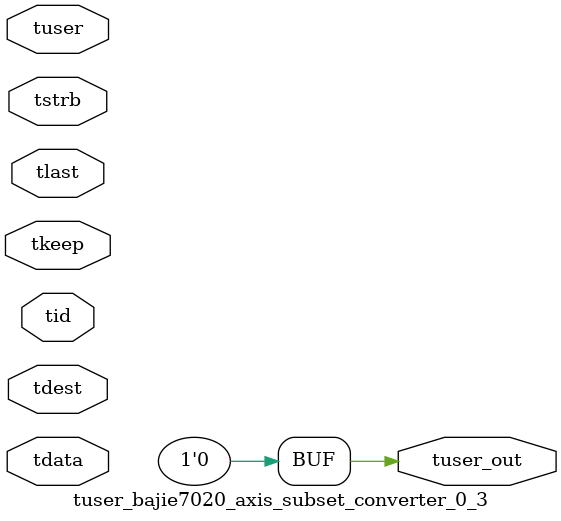
<source format=v>


`timescale 1ps/1ps

module tuser_bajie7020_axis_subset_converter_0_3 #
(
parameter C_S_AXIS_TUSER_WIDTH = 1,
parameter C_S_AXIS_TDATA_WIDTH = 32,
parameter C_S_AXIS_TID_WIDTH   = 0,
parameter C_S_AXIS_TDEST_WIDTH = 0,
parameter C_M_AXIS_TUSER_WIDTH = 1
)
(
input  [(C_S_AXIS_TUSER_WIDTH == 0 ? 1 : C_S_AXIS_TUSER_WIDTH)-1:0     ] tuser,
input  [(C_S_AXIS_TDATA_WIDTH == 0 ? 1 : C_S_AXIS_TDATA_WIDTH)-1:0     ] tdata,
input  [(C_S_AXIS_TID_WIDTH   == 0 ? 1 : C_S_AXIS_TID_WIDTH)-1:0       ] tid,
input  [(C_S_AXIS_TDEST_WIDTH == 0 ? 1 : C_S_AXIS_TDEST_WIDTH)-1:0     ] tdest,
input  [(C_S_AXIS_TDATA_WIDTH/8)-1:0 ] tkeep,
input  [(C_S_AXIS_TDATA_WIDTH/8)-1:0 ] tstrb,
input                                                                    tlast,
output [C_M_AXIS_TUSER_WIDTH-1:0] tuser_out
);

assign tuser_out = {1'b0};

endmodule


</source>
